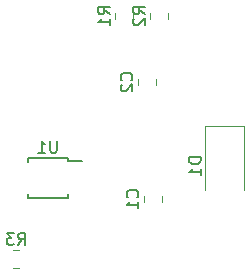
<source format=gbr>
%TF.GenerationSoftware,KiCad,Pcbnew,6.0.11+dfsg-1~bpo11+1*%
%TF.CreationDate,2023-05-28T00:30:57+00:00*%
%TF.ProjectId,AMUX01,414d5558-3031-42e6-9b69-6361645f7063,rev?*%
%TF.SameCoordinates,Original*%
%TF.FileFunction,Legend,Bot*%
%TF.FilePolarity,Positive*%
%FSLAX46Y46*%
G04 Gerber Fmt 4.6, Leading zero omitted, Abs format (unit mm)*
G04 Created by KiCad (PCBNEW 6.0.11+dfsg-1~bpo11+1) date 2023-05-28 00:30:57*
%MOMM*%
%LPD*%
G01*
G04 APERTURE LIST*
%ADD10C,0.150000*%
%ADD11C,0.120000*%
G04 APERTURE END LIST*
D10*
%TO.C,C1*%
X30427142Y18708667D02*
X30474761Y18756286D01*
X30522380Y18899143D01*
X30522380Y18994381D01*
X30474761Y19137239D01*
X30379523Y19232477D01*
X30284285Y19280096D01*
X30093809Y19327715D01*
X29950952Y19327715D01*
X29760476Y19280096D01*
X29665238Y19232477D01*
X29570000Y19137239D01*
X29522380Y18994381D01*
X29522380Y18899143D01*
X29570000Y18756286D01*
X29617619Y18708667D01*
X30522380Y17756286D02*
X30522380Y18327715D01*
X30522380Y18042000D02*
X29522380Y18042000D01*
X29665238Y18137239D01*
X29760476Y18232477D01*
X29808095Y18327715D01*
%TO.C,D1*%
X35798380Y22074096D02*
X34798380Y22074096D01*
X34798380Y21836000D01*
X34846000Y21693143D01*
X34941238Y21597905D01*
X35036476Y21550286D01*
X35226952Y21502667D01*
X35369809Y21502667D01*
X35560285Y21550286D01*
X35655523Y21597905D01*
X35750761Y21693143D01*
X35798380Y21836000D01*
X35798380Y22074096D01*
X35798380Y20550286D02*
X35798380Y21121715D01*
X35798380Y20836000D02*
X34798380Y20836000D01*
X34941238Y20931239D01*
X35036476Y21026477D01*
X35084095Y21121715D01*
%TO.C,U1*%
X23621904Y23467620D02*
X23621904Y22658096D01*
X23574285Y22562858D01*
X23526666Y22515239D01*
X23431428Y22467620D01*
X23240952Y22467620D01*
X23145714Y22515239D01*
X23098095Y22562858D01*
X23050476Y22658096D01*
X23050476Y23467620D01*
X22050476Y22467620D02*
X22621904Y22467620D01*
X22336190Y22467620D02*
X22336190Y23467620D01*
X22431428Y23324762D01*
X22526666Y23229524D01*
X22621904Y23181905D01*
%TO.C,C2*%
X29919142Y28614667D02*
X29966761Y28662286D01*
X30014380Y28805143D01*
X30014380Y28900381D01*
X29966761Y29043239D01*
X29871523Y29138477D01*
X29776285Y29186096D01*
X29585809Y29233715D01*
X29442952Y29233715D01*
X29252476Y29186096D01*
X29157238Y29138477D01*
X29062000Y29043239D01*
X29014380Y28900381D01*
X29014380Y28805143D01*
X29062000Y28662286D01*
X29109619Y28614667D01*
X29109619Y28233715D02*
X29062000Y28186096D01*
X29014380Y28090858D01*
X29014380Y27852762D01*
X29062000Y27757524D01*
X29109619Y27709905D01*
X29204857Y27662286D01*
X29300095Y27662286D01*
X29442952Y27709905D01*
X30014380Y28281334D01*
X30014380Y27662286D01*
%TO.C,R3*%
X20336166Y14659620D02*
X20669500Y15135810D01*
X20907595Y14659620D02*
X20907595Y15659620D01*
X20526642Y15659620D01*
X20431404Y15612000D01*
X20383785Y15564381D01*
X20336166Y15469143D01*
X20336166Y15326286D01*
X20383785Y15231048D01*
X20431404Y15183429D01*
X20526642Y15135810D01*
X20907595Y15135810D01*
X20002833Y15659620D02*
X19383785Y15659620D01*
X19717119Y15278667D01*
X19574261Y15278667D01*
X19479023Y15231048D01*
X19431404Y15183429D01*
X19383785Y15088191D01*
X19383785Y14850096D01*
X19431404Y14754858D01*
X19479023Y14707239D01*
X19574261Y14659620D01*
X19859976Y14659620D01*
X19955214Y14707239D01*
X20002833Y14754858D01*
%TO.C,R1*%
X28110380Y34202667D02*
X27634190Y34536000D01*
X28110380Y34774096D02*
X27110380Y34774096D01*
X27110380Y34393143D01*
X27158000Y34297905D01*
X27205619Y34250286D01*
X27300857Y34202667D01*
X27443714Y34202667D01*
X27538952Y34250286D01*
X27586571Y34297905D01*
X27634190Y34393143D01*
X27634190Y34774096D01*
X28110380Y33250286D02*
X28110380Y33821715D01*
X28110380Y33536000D02*
X27110380Y33536000D01*
X27253238Y33631239D01*
X27348476Y33726477D01*
X27396095Y33821715D01*
%TO.C,R2*%
X31060380Y34202667D02*
X30584190Y34536000D01*
X31060380Y34774096D02*
X30060380Y34774096D01*
X30060380Y34393143D01*
X30108000Y34297905D01*
X30155619Y34250286D01*
X30250857Y34202667D01*
X30393714Y34202667D01*
X30488952Y34250286D01*
X30536571Y34297905D01*
X30584190Y34393143D01*
X30584190Y34774096D01*
X30155619Y33821715D02*
X30108000Y33774096D01*
X30060380Y33678858D01*
X30060380Y33440762D01*
X30108000Y33345524D01*
X30155619Y33297905D01*
X30250857Y33250286D01*
X30346095Y33250286D01*
X30488952Y33297905D01*
X31060380Y33869334D01*
X31060380Y33250286D01*
D11*
%TO.C,C1*%
X32485000Y18803252D02*
X32485000Y18280748D01*
X31015000Y18803252D02*
X31015000Y18280748D01*
%TO.C,D1*%
X36196000Y24736000D02*
X39496000Y24736000D01*
X36196000Y24736000D02*
X36196000Y19336000D01*
X39496000Y24736000D02*
X39496000Y19336000D01*
D10*
%TO.C,U1*%
X24535000Y18645000D02*
X21185000Y18645000D01*
X24535000Y21995000D02*
X24535000Y21770000D01*
X24535000Y21770000D02*
X25760000Y21770000D01*
X21185000Y21995000D02*
X21185000Y21695000D01*
X21185000Y18645000D02*
X21185000Y18945000D01*
X24535000Y21995000D02*
X21185000Y21995000D01*
X24535000Y18645000D02*
X24535000Y18945000D01*
D11*
%TO.C,C2*%
X31977000Y28709252D02*
X31977000Y28186748D01*
X30507000Y28709252D02*
X30507000Y28186748D01*
%TO.C,R3*%
X20396564Y12727000D02*
X19942436Y12727000D01*
X20396564Y14197000D02*
X19942436Y14197000D01*
%TO.C,R1*%
X28573000Y34263064D02*
X28573000Y33808936D01*
X30043000Y34263064D02*
X30043000Y33808936D01*
%TO.C,R2*%
X31523000Y34263064D02*
X31523000Y33808936D01*
X32993000Y34263064D02*
X32993000Y33808936D01*
%TD*%
M02*

</source>
